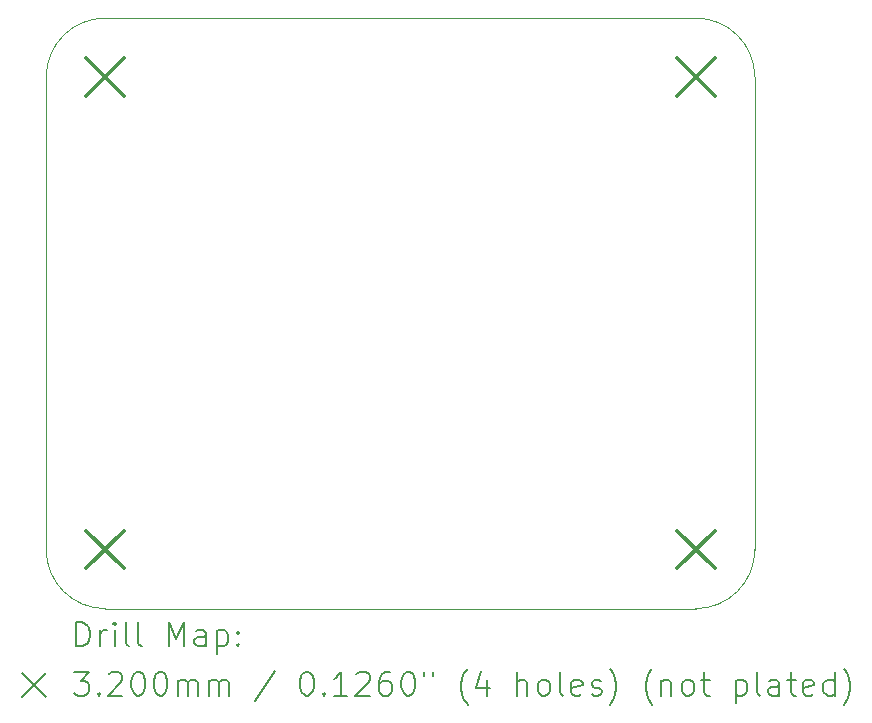
<source format=gbr>
%TF.GenerationSoftware,KiCad,Pcbnew,7.0.5*%
%TF.CreationDate,2023-06-11T14:57:04+10:00*%
%TF.ProjectId,Servo Controller 555,53657276-6f20-4436-9f6e-74726f6c6c65,rev?*%
%TF.SameCoordinates,Original*%
%TF.FileFunction,Drillmap*%
%TF.FilePolarity,Positive*%
%FSLAX45Y45*%
G04 Gerber Fmt 4.5, Leading zero omitted, Abs format (unit mm)*
G04 Created by KiCad (PCBNEW 7.0.5) date 2023-06-11 14:57:04*
%MOMM*%
%LPD*%
G01*
G04 APERTURE LIST*
%ADD10C,0.100000*%
%ADD11C,0.200000*%
%ADD12C,0.320000*%
G04 APERTURE END LIST*
D10*
X24000000Y-6000000D02*
X19000000Y-6000000D01*
X24500000Y-10500000D02*
X24500000Y-6500000D01*
X24000000Y-11000000D02*
G75*
G03*
X24500000Y-10500000I0J500000D01*
G01*
X18500000Y-10500000D02*
G75*
G03*
X19000000Y-11000000I500000J0D01*
G01*
X18500000Y-6500000D02*
X18500000Y-10500000D01*
X24500000Y-6500000D02*
G75*
G03*
X24000000Y-6000000I-500000J0D01*
G01*
X19000000Y-11000000D02*
X24000000Y-11000000D01*
X19000000Y-6000000D02*
G75*
G03*
X18500000Y-6500000I0J-500000D01*
G01*
D11*
D12*
X18840000Y-6340000D02*
X19160000Y-6660000D01*
X19160000Y-6340000D02*
X18840000Y-6660000D01*
X18840000Y-10340000D02*
X19160000Y-10660000D01*
X19160000Y-10340000D02*
X18840000Y-10660000D01*
X23840000Y-6340000D02*
X24160000Y-6660000D01*
X24160000Y-6340000D02*
X23840000Y-6660000D01*
X23840000Y-10340000D02*
X24160000Y-10660000D01*
X24160000Y-10340000D02*
X23840000Y-10660000D01*
D11*
X18755777Y-11316484D02*
X18755777Y-11116484D01*
X18755777Y-11116484D02*
X18803396Y-11116484D01*
X18803396Y-11116484D02*
X18831967Y-11126008D01*
X18831967Y-11126008D02*
X18851015Y-11145055D01*
X18851015Y-11145055D02*
X18860539Y-11164103D01*
X18860539Y-11164103D02*
X18870063Y-11202198D01*
X18870063Y-11202198D02*
X18870063Y-11230769D01*
X18870063Y-11230769D02*
X18860539Y-11268865D01*
X18860539Y-11268865D02*
X18851015Y-11287912D01*
X18851015Y-11287912D02*
X18831967Y-11306960D01*
X18831967Y-11306960D02*
X18803396Y-11316484D01*
X18803396Y-11316484D02*
X18755777Y-11316484D01*
X18955777Y-11316484D02*
X18955777Y-11183150D01*
X18955777Y-11221246D02*
X18965301Y-11202198D01*
X18965301Y-11202198D02*
X18974824Y-11192674D01*
X18974824Y-11192674D02*
X18993872Y-11183150D01*
X18993872Y-11183150D02*
X19012920Y-11183150D01*
X19079586Y-11316484D02*
X19079586Y-11183150D01*
X19079586Y-11116484D02*
X19070063Y-11126008D01*
X19070063Y-11126008D02*
X19079586Y-11135531D01*
X19079586Y-11135531D02*
X19089110Y-11126008D01*
X19089110Y-11126008D02*
X19079586Y-11116484D01*
X19079586Y-11116484D02*
X19079586Y-11135531D01*
X19203396Y-11316484D02*
X19184348Y-11306960D01*
X19184348Y-11306960D02*
X19174824Y-11287912D01*
X19174824Y-11287912D02*
X19174824Y-11116484D01*
X19308158Y-11316484D02*
X19289110Y-11306960D01*
X19289110Y-11306960D02*
X19279586Y-11287912D01*
X19279586Y-11287912D02*
X19279586Y-11116484D01*
X19536729Y-11316484D02*
X19536729Y-11116484D01*
X19536729Y-11116484D02*
X19603396Y-11259341D01*
X19603396Y-11259341D02*
X19670063Y-11116484D01*
X19670063Y-11116484D02*
X19670063Y-11316484D01*
X19851015Y-11316484D02*
X19851015Y-11211722D01*
X19851015Y-11211722D02*
X19841491Y-11192674D01*
X19841491Y-11192674D02*
X19822444Y-11183150D01*
X19822444Y-11183150D02*
X19784348Y-11183150D01*
X19784348Y-11183150D02*
X19765301Y-11192674D01*
X19851015Y-11306960D02*
X19831967Y-11316484D01*
X19831967Y-11316484D02*
X19784348Y-11316484D01*
X19784348Y-11316484D02*
X19765301Y-11306960D01*
X19765301Y-11306960D02*
X19755777Y-11287912D01*
X19755777Y-11287912D02*
X19755777Y-11268865D01*
X19755777Y-11268865D02*
X19765301Y-11249817D01*
X19765301Y-11249817D02*
X19784348Y-11240293D01*
X19784348Y-11240293D02*
X19831967Y-11240293D01*
X19831967Y-11240293D02*
X19851015Y-11230769D01*
X19946253Y-11183150D02*
X19946253Y-11383150D01*
X19946253Y-11192674D02*
X19965301Y-11183150D01*
X19965301Y-11183150D02*
X20003396Y-11183150D01*
X20003396Y-11183150D02*
X20022444Y-11192674D01*
X20022444Y-11192674D02*
X20031967Y-11202198D01*
X20031967Y-11202198D02*
X20041491Y-11221246D01*
X20041491Y-11221246D02*
X20041491Y-11278388D01*
X20041491Y-11278388D02*
X20031967Y-11297436D01*
X20031967Y-11297436D02*
X20022444Y-11306960D01*
X20022444Y-11306960D02*
X20003396Y-11316484D01*
X20003396Y-11316484D02*
X19965301Y-11316484D01*
X19965301Y-11316484D02*
X19946253Y-11306960D01*
X20127205Y-11297436D02*
X20136729Y-11306960D01*
X20136729Y-11306960D02*
X20127205Y-11316484D01*
X20127205Y-11316484D02*
X20117682Y-11306960D01*
X20117682Y-11306960D02*
X20127205Y-11297436D01*
X20127205Y-11297436D02*
X20127205Y-11316484D01*
X20127205Y-11192674D02*
X20136729Y-11202198D01*
X20136729Y-11202198D02*
X20127205Y-11211722D01*
X20127205Y-11211722D02*
X20117682Y-11202198D01*
X20117682Y-11202198D02*
X20127205Y-11192674D01*
X20127205Y-11192674D02*
X20127205Y-11211722D01*
X18295000Y-11545000D02*
X18495000Y-11745000D01*
X18495000Y-11545000D02*
X18295000Y-11745000D01*
X18736729Y-11536484D02*
X18860539Y-11536484D01*
X18860539Y-11536484D02*
X18793872Y-11612674D01*
X18793872Y-11612674D02*
X18822444Y-11612674D01*
X18822444Y-11612674D02*
X18841491Y-11622198D01*
X18841491Y-11622198D02*
X18851015Y-11631722D01*
X18851015Y-11631722D02*
X18860539Y-11650769D01*
X18860539Y-11650769D02*
X18860539Y-11698388D01*
X18860539Y-11698388D02*
X18851015Y-11717436D01*
X18851015Y-11717436D02*
X18841491Y-11726960D01*
X18841491Y-11726960D02*
X18822444Y-11736484D01*
X18822444Y-11736484D02*
X18765301Y-11736484D01*
X18765301Y-11736484D02*
X18746253Y-11726960D01*
X18746253Y-11726960D02*
X18736729Y-11717436D01*
X18946253Y-11717436D02*
X18955777Y-11726960D01*
X18955777Y-11726960D02*
X18946253Y-11736484D01*
X18946253Y-11736484D02*
X18936729Y-11726960D01*
X18936729Y-11726960D02*
X18946253Y-11717436D01*
X18946253Y-11717436D02*
X18946253Y-11736484D01*
X19031967Y-11555531D02*
X19041491Y-11546008D01*
X19041491Y-11546008D02*
X19060539Y-11536484D01*
X19060539Y-11536484D02*
X19108158Y-11536484D01*
X19108158Y-11536484D02*
X19127205Y-11546008D01*
X19127205Y-11546008D02*
X19136729Y-11555531D01*
X19136729Y-11555531D02*
X19146253Y-11574579D01*
X19146253Y-11574579D02*
X19146253Y-11593627D01*
X19146253Y-11593627D02*
X19136729Y-11622198D01*
X19136729Y-11622198D02*
X19022444Y-11736484D01*
X19022444Y-11736484D02*
X19146253Y-11736484D01*
X19270063Y-11536484D02*
X19289110Y-11536484D01*
X19289110Y-11536484D02*
X19308158Y-11546008D01*
X19308158Y-11546008D02*
X19317682Y-11555531D01*
X19317682Y-11555531D02*
X19327205Y-11574579D01*
X19327205Y-11574579D02*
X19336729Y-11612674D01*
X19336729Y-11612674D02*
X19336729Y-11660293D01*
X19336729Y-11660293D02*
X19327205Y-11698388D01*
X19327205Y-11698388D02*
X19317682Y-11717436D01*
X19317682Y-11717436D02*
X19308158Y-11726960D01*
X19308158Y-11726960D02*
X19289110Y-11736484D01*
X19289110Y-11736484D02*
X19270063Y-11736484D01*
X19270063Y-11736484D02*
X19251015Y-11726960D01*
X19251015Y-11726960D02*
X19241491Y-11717436D01*
X19241491Y-11717436D02*
X19231967Y-11698388D01*
X19231967Y-11698388D02*
X19222444Y-11660293D01*
X19222444Y-11660293D02*
X19222444Y-11612674D01*
X19222444Y-11612674D02*
X19231967Y-11574579D01*
X19231967Y-11574579D02*
X19241491Y-11555531D01*
X19241491Y-11555531D02*
X19251015Y-11546008D01*
X19251015Y-11546008D02*
X19270063Y-11536484D01*
X19460539Y-11536484D02*
X19479586Y-11536484D01*
X19479586Y-11536484D02*
X19498634Y-11546008D01*
X19498634Y-11546008D02*
X19508158Y-11555531D01*
X19508158Y-11555531D02*
X19517682Y-11574579D01*
X19517682Y-11574579D02*
X19527205Y-11612674D01*
X19527205Y-11612674D02*
X19527205Y-11660293D01*
X19527205Y-11660293D02*
X19517682Y-11698388D01*
X19517682Y-11698388D02*
X19508158Y-11717436D01*
X19508158Y-11717436D02*
X19498634Y-11726960D01*
X19498634Y-11726960D02*
X19479586Y-11736484D01*
X19479586Y-11736484D02*
X19460539Y-11736484D01*
X19460539Y-11736484D02*
X19441491Y-11726960D01*
X19441491Y-11726960D02*
X19431967Y-11717436D01*
X19431967Y-11717436D02*
X19422444Y-11698388D01*
X19422444Y-11698388D02*
X19412920Y-11660293D01*
X19412920Y-11660293D02*
X19412920Y-11612674D01*
X19412920Y-11612674D02*
X19422444Y-11574579D01*
X19422444Y-11574579D02*
X19431967Y-11555531D01*
X19431967Y-11555531D02*
X19441491Y-11546008D01*
X19441491Y-11546008D02*
X19460539Y-11536484D01*
X19612920Y-11736484D02*
X19612920Y-11603150D01*
X19612920Y-11622198D02*
X19622444Y-11612674D01*
X19622444Y-11612674D02*
X19641491Y-11603150D01*
X19641491Y-11603150D02*
X19670063Y-11603150D01*
X19670063Y-11603150D02*
X19689110Y-11612674D01*
X19689110Y-11612674D02*
X19698634Y-11631722D01*
X19698634Y-11631722D02*
X19698634Y-11736484D01*
X19698634Y-11631722D02*
X19708158Y-11612674D01*
X19708158Y-11612674D02*
X19727205Y-11603150D01*
X19727205Y-11603150D02*
X19755777Y-11603150D01*
X19755777Y-11603150D02*
X19774825Y-11612674D01*
X19774825Y-11612674D02*
X19784348Y-11631722D01*
X19784348Y-11631722D02*
X19784348Y-11736484D01*
X19879586Y-11736484D02*
X19879586Y-11603150D01*
X19879586Y-11622198D02*
X19889110Y-11612674D01*
X19889110Y-11612674D02*
X19908158Y-11603150D01*
X19908158Y-11603150D02*
X19936729Y-11603150D01*
X19936729Y-11603150D02*
X19955777Y-11612674D01*
X19955777Y-11612674D02*
X19965301Y-11631722D01*
X19965301Y-11631722D02*
X19965301Y-11736484D01*
X19965301Y-11631722D02*
X19974825Y-11612674D01*
X19974825Y-11612674D02*
X19993872Y-11603150D01*
X19993872Y-11603150D02*
X20022444Y-11603150D01*
X20022444Y-11603150D02*
X20041491Y-11612674D01*
X20041491Y-11612674D02*
X20051015Y-11631722D01*
X20051015Y-11631722D02*
X20051015Y-11736484D01*
X20441491Y-11526960D02*
X20270063Y-11784103D01*
X20698634Y-11536484D02*
X20717682Y-11536484D01*
X20717682Y-11536484D02*
X20736729Y-11546008D01*
X20736729Y-11546008D02*
X20746253Y-11555531D01*
X20746253Y-11555531D02*
X20755777Y-11574579D01*
X20755777Y-11574579D02*
X20765301Y-11612674D01*
X20765301Y-11612674D02*
X20765301Y-11660293D01*
X20765301Y-11660293D02*
X20755777Y-11698388D01*
X20755777Y-11698388D02*
X20746253Y-11717436D01*
X20746253Y-11717436D02*
X20736729Y-11726960D01*
X20736729Y-11726960D02*
X20717682Y-11736484D01*
X20717682Y-11736484D02*
X20698634Y-11736484D01*
X20698634Y-11736484D02*
X20679587Y-11726960D01*
X20679587Y-11726960D02*
X20670063Y-11717436D01*
X20670063Y-11717436D02*
X20660539Y-11698388D01*
X20660539Y-11698388D02*
X20651015Y-11660293D01*
X20651015Y-11660293D02*
X20651015Y-11612674D01*
X20651015Y-11612674D02*
X20660539Y-11574579D01*
X20660539Y-11574579D02*
X20670063Y-11555531D01*
X20670063Y-11555531D02*
X20679587Y-11546008D01*
X20679587Y-11546008D02*
X20698634Y-11536484D01*
X20851015Y-11717436D02*
X20860539Y-11726960D01*
X20860539Y-11726960D02*
X20851015Y-11736484D01*
X20851015Y-11736484D02*
X20841491Y-11726960D01*
X20841491Y-11726960D02*
X20851015Y-11717436D01*
X20851015Y-11717436D02*
X20851015Y-11736484D01*
X21051015Y-11736484D02*
X20936729Y-11736484D01*
X20993872Y-11736484D02*
X20993872Y-11536484D01*
X20993872Y-11536484D02*
X20974825Y-11565055D01*
X20974825Y-11565055D02*
X20955777Y-11584103D01*
X20955777Y-11584103D02*
X20936729Y-11593627D01*
X21127206Y-11555531D02*
X21136729Y-11546008D01*
X21136729Y-11546008D02*
X21155777Y-11536484D01*
X21155777Y-11536484D02*
X21203396Y-11536484D01*
X21203396Y-11536484D02*
X21222444Y-11546008D01*
X21222444Y-11546008D02*
X21231968Y-11555531D01*
X21231968Y-11555531D02*
X21241491Y-11574579D01*
X21241491Y-11574579D02*
X21241491Y-11593627D01*
X21241491Y-11593627D02*
X21231968Y-11622198D01*
X21231968Y-11622198D02*
X21117682Y-11736484D01*
X21117682Y-11736484D02*
X21241491Y-11736484D01*
X21412920Y-11536484D02*
X21374825Y-11536484D01*
X21374825Y-11536484D02*
X21355777Y-11546008D01*
X21355777Y-11546008D02*
X21346253Y-11555531D01*
X21346253Y-11555531D02*
X21327206Y-11584103D01*
X21327206Y-11584103D02*
X21317682Y-11622198D01*
X21317682Y-11622198D02*
X21317682Y-11698388D01*
X21317682Y-11698388D02*
X21327206Y-11717436D01*
X21327206Y-11717436D02*
X21336729Y-11726960D01*
X21336729Y-11726960D02*
X21355777Y-11736484D01*
X21355777Y-11736484D02*
X21393872Y-11736484D01*
X21393872Y-11736484D02*
X21412920Y-11726960D01*
X21412920Y-11726960D02*
X21422444Y-11717436D01*
X21422444Y-11717436D02*
X21431968Y-11698388D01*
X21431968Y-11698388D02*
X21431968Y-11650769D01*
X21431968Y-11650769D02*
X21422444Y-11631722D01*
X21422444Y-11631722D02*
X21412920Y-11622198D01*
X21412920Y-11622198D02*
X21393872Y-11612674D01*
X21393872Y-11612674D02*
X21355777Y-11612674D01*
X21355777Y-11612674D02*
X21336729Y-11622198D01*
X21336729Y-11622198D02*
X21327206Y-11631722D01*
X21327206Y-11631722D02*
X21317682Y-11650769D01*
X21555777Y-11536484D02*
X21574825Y-11536484D01*
X21574825Y-11536484D02*
X21593872Y-11546008D01*
X21593872Y-11546008D02*
X21603396Y-11555531D01*
X21603396Y-11555531D02*
X21612920Y-11574579D01*
X21612920Y-11574579D02*
X21622444Y-11612674D01*
X21622444Y-11612674D02*
X21622444Y-11660293D01*
X21622444Y-11660293D02*
X21612920Y-11698388D01*
X21612920Y-11698388D02*
X21603396Y-11717436D01*
X21603396Y-11717436D02*
X21593872Y-11726960D01*
X21593872Y-11726960D02*
X21574825Y-11736484D01*
X21574825Y-11736484D02*
X21555777Y-11736484D01*
X21555777Y-11736484D02*
X21536729Y-11726960D01*
X21536729Y-11726960D02*
X21527206Y-11717436D01*
X21527206Y-11717436D02*
X21517682Y-11698388D01*
X21517682Y-11698388D02*
X21508158Y-11660293D01*
X21508158Y-11660293D02*
X21508158Y-11612674D01*
X21508158Y-11612674D02*
X21517682Y-11574579D01*
X21517682Y-11574579D02*
X21527206Y-11555531D01*
X21527206Y-11555531D02*
X21536729Y-11546008D01*
X21536729Y-11546008D02*
X21555777Y-11536484D01*
X21698634Y-11536484D02*
X21698634Y-11574579D01*
X21774825Y-11536484D02*
X21774825Y-11574579D01*
X22070063Y-11812674D02*
X22060539Y-11803150D01*
X22060539Y-11803150D02*
X22041491Y-11774579D01*
X22041491Y-11774579D02*
X22031968Y-11755531D01*
X22031968Y-11755531D02*
X22022444Y-11726960D01*
X22022444Y-11726960D02*
X22012920Y-11679341D01*
X22012920Y-11679341D02*
X22012920Y-11641246D01*
X22012920Y-11641246D02*
X22022444Y-11593627D01*
X22022444Y-11593627D02*
X22031968Y-11565055D01*
X22031968Y-11565055D02*
X22041491Y-11546008D01*
X22041491Y-11546008D02*
X22060539Y-11517436D01*
X22060539Y-11517436D02*
X22070063Y-11507912D01*
X22231968Y-11603150D02*
X22231968Y-11736484D01*
X22184349Y-11526960D02*
X22136730Y-11669817D01*
X22136730Y-11669817D02*
X22260539Y-11669817D01*
X22489110Y-11736484D02*
X22489110Y-11536484D01*
X22574825Y-11736484D02*
X22574825Y-11631722D01*
X22574825Y-11631722D02*
X22565301Y-11612674D01*
X22565301Y-11612674D02*
X22546253Y-11603150D01*
X22546253Y-11603150D02*
X22517682Y-11603150D01*
X22517682Y-11603150D02*
X22498634Y-11612674D01*
X22498634Y-11612674D02*
X22489110Y-11622198D01*
X22698634Y-11736484D02*
X22679587Y-11726960D01*
X22679587Y-11726960D02*
X22670063Y-11717436D01*
X22670063Y-11717436D02*
X22660539Y-11698388D01*
X22660539Y-11698388D02*
X22660539Y-11641246D01*
X22660539Y-11641246D02*
X22670063Y-11622198D01*
X22670063Y-11622198D02*
X22679587Y-11612674D01*
X22679587Y-11612674D02*
X22698634Y-11603150D01*
X22698634Y-11603150D02*
X22727206Y-11603150D01*
X22727206Y-11603150D02*
X22746253Y-11612674D01*
X22746253Y-11612674D02*
X22755777Y-11622198D01*
X22755777Y-11622198D02*
X22765301Y-11641246D01*
X22765301Y-11641246D02*
X22765301Y-11698388D01*
X22765301Y-11698388D02*
X22755777Y-11717436D01*
X22755777Y-11717436D02*
X22746253Y-11726960D01*
X22746253Y-11726960D02*
X22727206Y-11736484D01*
X22727206Y-11736484D02*
X22698634Y-11736484D01*
X22879587Y-11736484D02*
X22860539Y-11726960D01*
X22860539Y-11726960D02*
X22851015Y-11707912D01*
X22851015Y-11707912D02*
X22851015Y-11536484D01*
X23031968Y-11726960D02*
X23012920Y-11736484D01*
X23012920Y-11736484D02*
X22974825Y-11736484D01*
X22974825Y-11736484D02*
X22955777Y-11726960D01*
X22955777Y-11726960D02*
X22946253Y-11707912D01*
X22946253Y-11707912D02*
X22946253Y-11631722D01*
X22946253Y-11631722D02*
X22955777Y-11612674D01*
X22955777Y-11612674D02*
X22974825Y-11603150D01*
X22974825Y-11603150D02*
X23012920Y-11603150D01*
X23012920Y-11603150D02*
X23031968Y-11612674D01*
X23031968Y-11612674D02*
X23041491Y-11631722D01*
X23041491Y-11631722D02*
X23041491Y-11650769D01*
X23041491Y-11650769D02*
X22946253Y-11669817D01*
X23117682Y-11726960D02*
X23136730Y-11736484D01*
X23136730Y-11736484D02*
X23174825Y-11736484D01*
X23174825Y-11736484D02*
X23193872Y-11726960D01*
X23193872Y-11726960D02*
X23203396Y-11707912D01*
X23203396Y-11707912D02*
X23203396Y-11698388D01*
X23203396Y-11698388D02*
X23193872Y-11679341D01*
X23193872Y-11679341D02*
X23174825Y-11669817D01*
X23174825Y-11669817D02*
X23146253Y-11669817D01*
X23146253Y-11669817D02*
X23127206Y-11660293D01*
X23127206Y-11660293D02*
X23117682Y-11641246D01*
X23117682Y-11641246D02*
X23117682Y-11631722D01*
X23117682Y-11631722D02*
X23127206Y-11612674D01*
X23127206Y-11612674D02*
X23146253Y-11603150D01*
X23146253Y-11603150D02*
X23174825Y-11603150D01*
X23174825Y-11603150D02*
X23193872Y-11612674D01*
X23270063Y-11812674D02*
X23279587Y-11803150D01*
X23279587Y-11803150D02*
X23298634Y-11774579D01*
X23298634Y-11774579D02*
X23308158Y-11755531D01*
X23308158Y-11755531D02*
X23317682Y-11726960D01*
X23317682Y-11726960D02*
X23327206Y-11679341D01*
X23327206Y-11679341D02*
X23327206Y-11641246D01*
X23327206Y-11641246D02*
X23317682Y-11593627D01*
X23317682Y-11593627D02*
X23308158Y-11565055D01*
X23308158Y-11565055D02*
X23298634Y-11546008D01*
X23298634Y-11546008D02*
X23279587Y-11517436D01*
X23279587Y-11517436D02*
X23270063Y-11507912D01*
X23631968Y-11812674D02*
X23622444Y-11803150D01*
X23622444Y-11803150D02*
X23603396Y-11774579D01*
X23603396Y-11774579D02*
X23593872Y-11755531D01*
X23593872Y-11755531D02*
X23584349Y-11726960D01*
X23584349Y-11726960D02*
X23574825Y-11679341D01*
X23574825Y-11679341D02*
X23574825Y-11641246D01*
X23574825Y-11641246D02*
X23584349Y-11593627D01*
X23584349Y-11593627D02*
X23593872Y-11565055D01*
X23593872Y-11565055D02*
X23603396Y-11546008D01*
X23603396Y-11546008D02*
X23622444Y-11517436D01*
X23622444Y-11517436D02*
X23631968Y-11507912D01*
X23708158Y-11603150D02*
X23708158Y-11736484D01*
X23708158Y-11622198D02*
X23717682Y-11612674D01*
X23717682Y-11612674D02*
X23736730Y-11603150D01*
X23736730Y-11603150D02*
X23765301Y-11603150D01*
X23765301Y-11603150D02*
X23784349Y-11612674D01*
X23784349Y-11612674D02*
X23793872Y-11631722D01*
X23793872Y-11631722D02*
X23793872Y-11736484D01*
X23917682Y-11736484D02*
X23898634Y-11726960D01*
X23898634Y-11726960D02*
X23889111Y-11717436D01*
X23889111Y-11717436D02*
X23879587Y-11698388D01*
X23879587Y-11698388D02*
X23879587Y-11641246D01*
X23879587Y-11641246D02*
X23889111Y-11622198D01*
X23889111Y-11622198D02*
X23898634Y-11612674D01*
X23898634Y-11612674D02*
X23917682Y-11603150D01*
X23917682Y-11603150D02*
X23946253Y-11603150D01*
X23946253Y-11603150D02*
X23965301Y-11612674D01*
X23965301Y-11612674D02*
X23974825Y-11622198D01*
X23974825Y-11622198D02*
X23984349Y-11641246D01*
X23984349Y-11641246D02*
X23984349Y-11698388D01*
X23984349Y-11698388D02*
X23974825Y-11717436D01*
X23974825Y-11717436D02*
X23965301Y-11726960D01*
X23965301Y-11726960D02*
X23946253Y-11736484D01*
X23946253Y-11736484D02*
X23917682Y-11736484D01*
X24041492Y-11603150D02*
X24117682Y-11603150D01*
X24070063Y-11536484D02*
X24070063Y-11707912D01*
X24070063Y-11707912D02*
X24079587Y-11726960D01*
X24079587Y-11726960D02*
X24098634Y-11736484D01*
X24098634Y-11736484D02*
X24117682Y-11736484D01*
X24336730Y-11603150D02*
X24336730Y-11803150D01*
X24336730Y-11612674D02*
X24355777Y-11603150D01*
X24355777Y-11603150D02*
X24393873Y-11603150D01*
X24393873Y-11603150D02*
X24412920Y-11612674D01*
X24412920Y-11612674D02*
X24422444Y-11622198D01*
X24422444Y-11622198D02*
X24431968Y-11641246D01*
X24431968Y-11641246D02*
X24431968Y-11698388D01*
X24431968Y-11698388D02*
X24422444Y-11717436D01*
X24422444Y-11717436D02*
X24412920Y-11726960D01*
X24412920Y-11726960D02*
X24393873Y-11736484D01*
X24393873Y-11736484D02*
X24355777Y-11736484D01*
X24355777Y-11736484D02*
X24336730Y-11726960D01*
X24546253Y-11736484D02*
X24527206Y-11726960D01*
X24527206Y-11726960D02*
X24517682Y-11707912D01*
X24517682Y-11707912D02*
X24517682Y-11536484D01*
X24708158Y-11736484D02*
X24708158Y-11631722D01*
X24708158Y-11631722D02*
X24698634Y-11612674D01*
X24698634Y-11612674D02*
X24679587Y-11603150D01*
X24679587Y-11603150D02*
X24641492Y-11603150D01*
X24641492Y-11603150D02*
X24622444Y-11612674D01*
X24708158Y-11726960D02*
X24689111Y-11736484D01*
X24689111Y-11736484D02*
X24641492Y-11736484D01*
X24641492Y-11736484D02*
X24622444Y-11726960D01*
X24622444Y-11726960D02*
X24612920Y-11707912D01*
X24612920Y-11707912D02*
X24612920Y-11688865D01*
X24612920Y-11688865D02*
X24622444Y-11669817D01*
X24622444Y-11669817D02*
X24641492Y-11660293D01*
X24641492Y-11660293D02*
X24689111Y-11660293D01*
X24689111Y-11660293D02*
X24708158Y-11650769D01*
X24774825Y-11603150D02*
X24851015Y-11603150D01*
X24803396Y-11536484D02*
X24803396Y-11707912D01*
X24803396Y-11707912D02*
X24812920Y-11726960D01*
X24812920Y-11726960D02*
X24831968Y-11736484D01*
X24831968Y-11736484D02*
X24851015Y-11736484D01*
X24993873Y-11726960D02*
X24974825Y-11736484D01*
X24974825Y-11736484D02*
X24936730Y-11736484D01*
X24936730Y-11736484D02*
X24917682Y-11726960D01*
X24917682Y-11726960D02*
X24908158Y-11707912D01*
X24908158Y-11707912D02*
X24908158Y-11631722D01*
X24908158Y-11631722D02*
X24917682Y-11612674D01*
X24917682Y-11612674D02*
X24936730Y-11603150D01*
X24936730Y-11603150D02*
X24974825Y-11603150D01*
X24974825Y-11603150D02*
X24993873Y-11612674D01*
X24993873Y-11612674D02*
X25003396Y-11631722D01*
X25003396Y-11631722D02*
X25003396Y-11650769D01*
X25003396Y-11650769D02*
X24908158Y-11669817D01*
X25174825Y-11736484D02*
X25174825Y-11536484D01*
X25174825Y-11726960D02*
X25155777Y-11736484D01*
X25155777Y-11736484D02*
X25117682Y-11736484D01*
X25117682Y-11736484D02*
X25098634Y-11726960D01*
X25098634Y-11726960D02*
X25089111Y-11717436D01*
X25089111Y-11717436D02*
X25079587Y-11698388D01*
X25079587Y-11698388D02*
X25079587Y-11641246D01*
X25079587Y-11641246D02*
X25089111Y-11622198D01*
X25089111Y-11622198D02*
X25098634Y-11612674D01*
X25098634Y-11612674D02*
X25117682Y-11603150D01*
X25117682Y-11603150D02*
X25155777Y-11603150D01*
X25155777Y-11603150D02*
X25174825Y-11612674D01*
X25251015Y-11812674D02*
X25260539Y-11803150D01*
X25260539Y-11803150D02*
X25279587Y-11774579D01*
X25279587Y-11774579D02*
X25289111Y-11755531D01*
X25289111Y-11755531D02*
X25298634Y-11726960D01*
X25298634Y-11726960D02*
X25308158Y-11679341D01*
X25308158Y-11679341D02*
X25308158Y-11641246D01*
X25308158Y-11641246D02*
X25298634Y-11593627D01*
X25298634Y-11593627D02*
X25289111Y-11565055D01*
X25289111Y-11565055D02*
X25279587Y-11546008D01*
X25279587Y-11546008D02*
X25260539Y-11517436D01*
X25260539Y-11517436D02*
X25251015Y-11507912D01*
M02*

</source>
